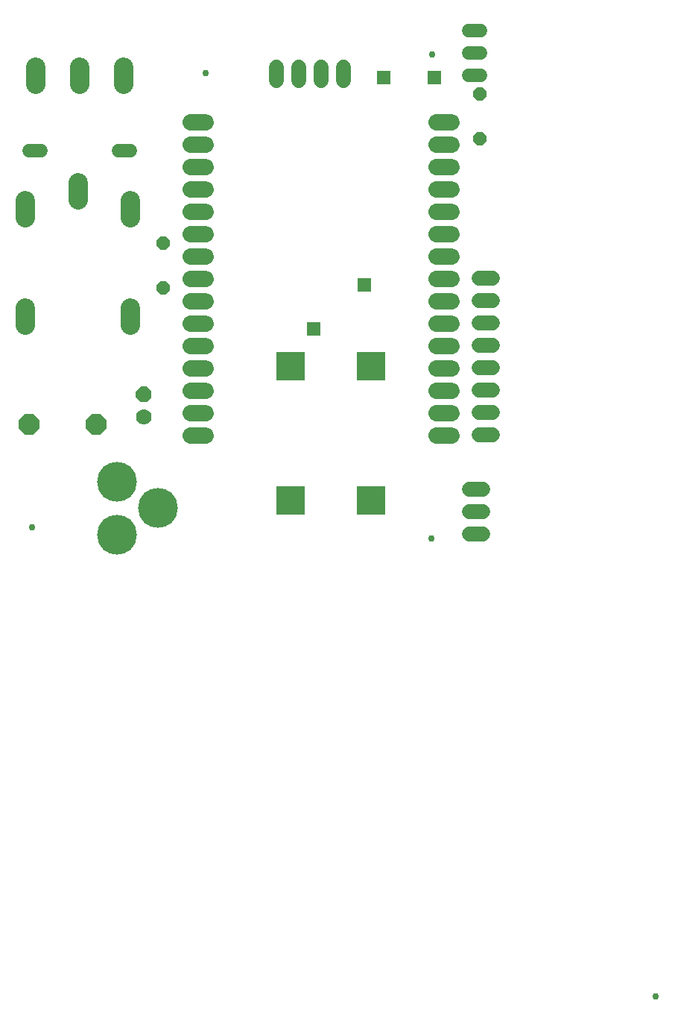
<source format=gbr>
G04 EAGLE Gerber RS-274X export*
G75*
%MOMM*%
%FSLAX34Y34*%
%LPD*%
%INSoldermask Bottom*%
%IPPOS*%
%AMOC8*
5,1,8,0,0,1.08239X$1,22.5*%
G01*
%ADD10C,0.753200*%
%ADD11C,1.727200*%
%ADD12P,2.556822X8X202.500000*%
%ADD13C,1.879600*%
%ADD14R,3.235200X3.235200*%
%ADD15P,1.924489X8X112.500000*%
%ADD16C,1.778000*%
%ADD17C,2.184400*%
%ADD18C,1.524000*%
%ADD19P,1.649562X8X112.500000*%
%ADD20C,4.521200*%
%ADD21P,1.649562X8X292.500000*%
%ADD22R,1.553200X1.553200*%


D10*
X750905Y-494112D03*
X42159Y38496D03*
X495994Y25897D03*
X497168Y574673D03*
X239521Y553729D03*
D11*
X549953Y143261D02*
X565193Y143261D01*
X565193Y168661D02*
X549953Y168661D01*
X549953Y194061D02*
X565193Y194061D01*
X565193Y219461D02*
X549953Y219461D01*
X549953Y244861D02*
X565193Y244861D01*
X565193Y270261D02*
X549953Y270261D01*
X549953Y295661D02*
X565193Y295661D01*
X565193Y321061D02*
X549953Y321061D01*
X396207Y545568D02*
X396207Y560808D01*
X370807Y560808D02*
X370807Y545568D01*
X345407Y545568D02*
X345407Y560808D01*
X320007Y560808D02*
X320007Y545568D01*
D12*
X114900Y154930D03*
X38700Y154930D03*
D13*
X222230Y497801D02*
X238994Y497801D01*
X238994Y472401D02*
X222230Y472401D01*
X222230Y447001D02*
X238994Y447001D01*
X238994Y421601D02*
X222230Y421601D01*
X222230Y396201D02*
X238994Y396201D01*
X238994Y370801D02*
X222230Y370801D01*
X222230Y345401D02*
X238994Y345401D01*
X238994Y320001D02*
X222230Y320001D01*
X222230Y294601D02*
X238994Y294601D01*
X238994Y269201D02*
X222230Y269201D01*
X222230Y243801D02*
X238994Y243801D01*
X238994Y218401D02*
X222230Y218401D01*
X222230Y193001D02*
X238994Y193001D01*
X238994Y167601D02*
X222230Y167601D01*
X222230Y142201D02*
X238994Y142201D01*
X501630Y142201D02*
X518394Y142201D01*
X518394Y167601D02*
X501630Y167601D01*
X501630Y193001D02*
X518394Y193001D01*
X518394Y218401D02*
X501630Y218401D01*
X501630Y243801D02*
X518394Y243801D01*
X518394Y269201D02*
X501630Y269201D01*
X501630Y294601D02*
X518394Y294601D01*
X518394Y320001D02*
X501630Y320001D01*
X501630Y345401D02*
X518394Y345401D01*
X518394Y370801D02*
X501630Y370801D01*
X501630Y396201D02*
X518394Y396201D01*
X518394Y421601D02*
X501630Y421601D01*
X501630Y447001D02*
X518394Y447001D01*
X518394Y472401D02*
X501630Y472401D01*
X501630Y497801D02*
X518394Y497801D01*
D14*
X427389Y68905D03*
X427389Y221305D03*
X335949Y68905D03*
X335949Y221305D03*
D15*
X168992Y189431D03*
D16*
X168992Y164031D03*
D17*
X94590Y410021D02*
X94590Y429833D01*
X34900Y409513D02*
X34900Y389701D01*
X154280Y389701D02*
X154280Y409513D01*
X154280Y287593D02*
X154280Y267781D01*
X34900Y267781D02*
X34900Y287593D01*
X146042Y540845D02*
X146042Y560657D01*
X96004Y560657D02*
X96004Y540845D01*
X45966Y540845D02*
X45966Y560657D01*
D18*
X538201Y601970D02*
X551409Y601970D01*
X551409Y551170D02*
X538201Y551170D01*
X538201Y576570D02*
X551409Y576570D01*
D19*
X550652Y479039D03*
X550652Y529839D03*
D18*
X153698Y465796D02*
X140490Y465796D01*
X52098Y465796D02*
X38890Y465796D01*
D20*
X138574Y90258D03*
X138574Y30258D03*
X185574Y60258D03*
D21*
X191442Y361247D03*
X191442Y310447D03*
D11*
X538821Y30547D02*
X554061Y30547D01*
X554061Y55947D02*
X538821Y55947D01*
X538821Y81347D02*
X554061Y81347D01*
D22*
X441456Y548617D03*
X499176Y548501D03*
X419786Y313266D03*
X361975Y263748D03*
M02*

</source>
